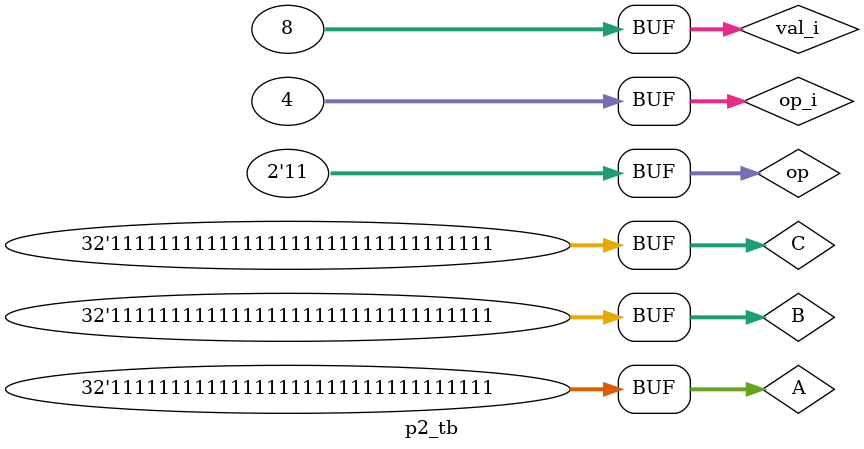
<source format=v>
/* Basic Gates */
module or2(output Z, input A, B);
	wire i;
	not(Z, i);
	nor(i, A, B);
endmodule

module or4(output Z, input A, B, C, D);
	wire [1:0]i;
	or2 o0(i[0], A, B),
	    o1(i[1], C, D),
	    o2(Z, i[0], i[1]);
endmodule

module and2(output Z, input A, B);
	nand(nz, A, B);
	not(Z, nz);
endmodule

module and3(output Z, input A, B, C);
	wire i;
	and2 a0(i, A, B),
		a1(Z, i, C);

endmodule

module xnor2(output Z, input A, B);
	wire [1:0]i;
	
	not(na, A);
	not(nb, B);
	and2 a0(i[0], A, B),
	     a1(i[1], na, nb);
     	or2  o0(Z, i[0], i[1]);
endmodule

module xor2(output Z, input A, B);
	wire [1:0]i;
	
	not (na, A);
	not (nb, B);
	and2 a0(i[0], A, nb),
	     a1(i[1], na, B);

	or2  o0(Z, i[0], i[1]);
endmodule

/* ALU OP Codes */
module op_00(output Z, input A, B);
	or2 o(Z, A, B);
endmodule

module op_01(output Z, input A, B);
	xor2 x(Z, A, B);
endmodule

module op_10(output Z, input A, B, C);
	wire i;
	xnor2 x(i, B, C);
	and2  a(Z, i, A);
endmodule

module op_11(output Z, input A, B, C);
	wire i;
	xor2 x(i, A, B);
	nand n(Z, i, C);
endmodule

/* Mux (4) */
module mux_4_1(output Z, input [1:0] sel, input [3:0] i);
	wire [1:0]n_s;
	wire [3:0]a;
	not(n_s[0], sel[0]);
	not(n_s[1], sel[1]);

	and3 a0(a[0], n_s[1], n_s[0], i[0]),
	     a1(a[1], n_s[1], sel[0], i[1]),
	     a2(a[2], sel[1], n_s[0], i[2]),
	     a3(a[3], sel[1], sel[0], i[3]);

	or4 o0(Z, a[0], a[1], a[2], a[3]);
endmodule

/* ALUs */
module alu_01(output Z, input [1:0]op, input A, B, C);
	wire [3:0]op_z;

	op_00 op00(op_z[0], A, B);
	op_01 op01(op_z[1], A, B);
	op_10 op10(op_z[2], A, B, C);
	op_11 op11(op_z[3], A, B, C);

	mux_4_1 mux(Z, op, op_z);
endmodule

module alu_02(output [1:0]Z, input [1:0]op, input [1:0] A, B, C);
	alu_01 a0(Z[0], op, A[0], B[0], C[0]),
	       a1(Z[1], op, A[1], B[1], C[1]);
endmodule

module alu_04(output [3:0]Z, input [1:0]op, input [3:0] A, B, C);
	alu_02 a0(Z[1:0], op, A[1:0], B[1:0], C[1:0]),
		a1(Z[3:2], op, A[3:2], B[3:2], C[3:2]);
endmodule

module alu_08(output [7:0]Z, input [1:0]op, input [7:0] A, B, C);
	alu_04 a0(Z[3:0], op, A[3:0], B[3:0], C[3:0]),
		a1(Z[7:4], op, A[7:4], B[7:4], C[7:4]);
endmodule

module alu_16(output [15:0]Z, input [1:0]op, input [15:0] A, B, C);
	alu_08 a0(Z[7:0], op, A[7:0], B[7:0], C[7:0]),
		a1(Z[15:8], op, A[15:8], B[15:8], C[15:8]);
endmodule

module alu_32(output [31:0]Z, input [1:0]op, input [31:0] A, B, C);
	alu_16 a0(Z[15:0], op, A[15:0], B[15:0], C[15:0]),
		a1(Z[31:16], op, A[31:16], B[31:16], C[31:16]);
endmodule

/* Testbench */

module p2_tb();
	reg [31:0]A, B, C;
	reg [1:0]op;

	wire [31:0] Z;

	alu_32 device(Z, op, A, B, C);

	integer op_i, val_i;
	initial begin
		$dumpfile("p2.vcd");
		$dumpvars(0, device);
		$monitor("op(%b) A=%b B=%b C=%b => %b", op, A, B, C, Z); 
		for( op_i = 0; op_i <= 'b11; op_i = op_i + 1) begin
			op = op_i[1:0];
			for(val_i = 0; val_i <= 'b111; val_i = val_i + 1) begin
				A = {32{val_i[2]}};
				B = {32{val_i[1]}};
				C = {32{val_i[0]}};
				#10;
			end
		end
	end

endmodule

</source>
